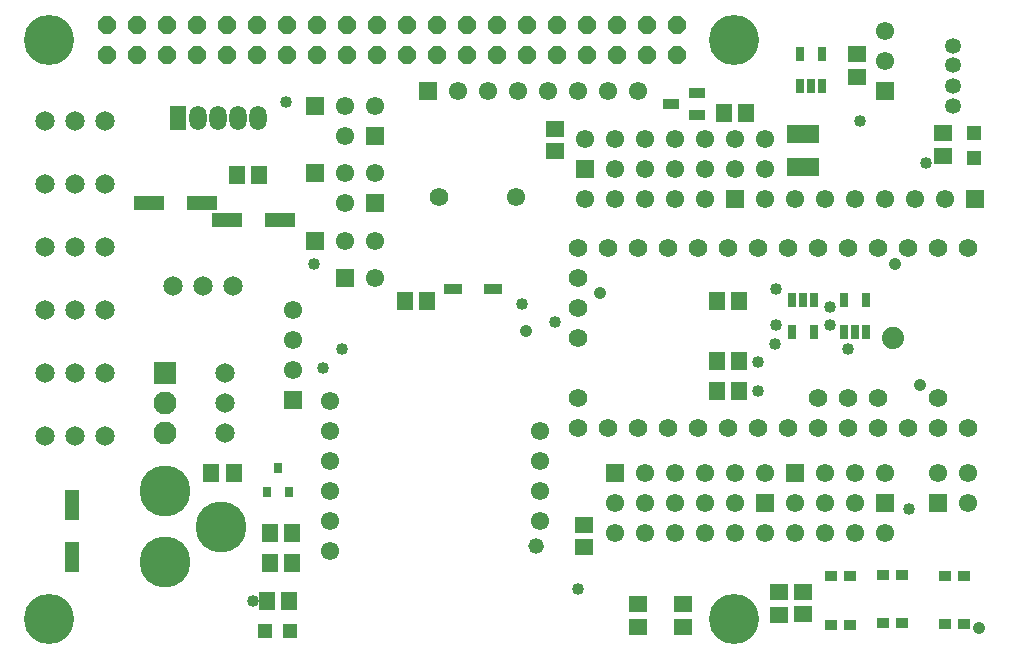
<source format=gts>
G04 DipTrace 3.0.0.0*
G04 TeensyArbotixProRPI.gts*
%MOIN*%
G04 #@! TF.FileFunction,Soldermask,Top*
G04 #@! TF.Part,Single*
%AMOUTLINE0*5,1,8,0,0,0.065199,-22.499571*%
%ADD13C,0.04*%
%ADD36R,0.05X0.1*%
%ADD37R,0.1X0.05*%
%ADD42C,0.17*%
%ADD45C,0.065199*%
%ADD46R,0.047244X0.047244*%
%ADD47C,0.05315*%
%ADD51R,0.031496X0.035433*%
%ADD55C,0.040004*%
%ADD57C,0.074*%
%ADD62C,0.06194*%
%ADD71C,0.167*%
%ADD73C,0.052*%
%ADD75C,0.042*%
%ADD79O,0.057X0.082*%
%ADD81R,0.057X0.082*%
%ADD83R,0.025622X0.045307*%
%ADD85C,0.062*%
%ADD89R,0.04137X0.037433*%
%ADD91R,0.053181X0.061055*%
%ADD95C,0.076803*%
%ADD97R,0.076803X0.076803*%
%ADD99R,0.053181X0.035465*%
%ADD109R,0.064992X0.033496*%
%ADD111R,0.061055X0.061055*%
%ADD113R,0.061055X0.053181*%
%ADD115R,0.108299X0.064992*%
%ADD121C,0.061055*%
%ADD128OUTLINE0*%
%FSLAX26Y26*%
G04*
G70*
G90*
G75*
G01*
G04 TopMask*
%LPD*%
D75*
X2368701Y1618701D3*
X3631002Y503889D3*
X3351091Y1714050D3*
D73*
X2155332Y777030D3*
D75*
X2122645Y1490757D3*
X3435914Y1311831D3*
D71*
X2814961Y531496D3*
X531496D3*
Y2460630D3*
X2814961D3*
D13*
X3133701Y1573701D3*
X2293701Y633701D3*
X3396743Y898211D3*
X2953701Y1633701D3*
X1210135Y592702D3*
X3133701Y1513701D3*
X2894215Y1388044D3*
X2893701Y1293701D3*
X1507616Y1430777D3*
X2949546Y1448400D3*
X3453701Y2053701D3*
X3233701Y2193701D3*
X3193701Y1433701D3*
X2953701Y1513701D3*
X1321895Y2255645D3*
X1413385Y1715036D3*
X1443701Y1368701D3*
X2217710Y1523818D3*
X2106701Y1583701D3*
D121*
X1468701Y1157505D3*
Y1057505D3*
Y957505D3*
Y1257505D3*
X2168701Y1057505D3*
Y957505D3*
Y857505D3*
Y1157505D3*
X1468701Y857505D3*
Y757505D3*
D36*
X607452Y912685D3*
Y737685D3*
D37*
X866201Y1918701D3*
X1041201D3*
D115*
X3043701Y2038583D3*
Y2148819D3*
D113*
X2313974Y845654D3*
Y770851D3*
D37*
X1301201Y1863701D3*
X1126201D3*
D111*
X2918701Y918701D3*
D121*
Y818701D3*
X2818701Y918701D3*
Y818701D3*
X2718701Y918701D3*
Y818701D3*
X2618701Y918701D3*
Y818701D3*
X2518701Y918701D3*
Y818701D3*
X2418701Y918701D3*
Y818701D3*
D111*
Y1018701D3*
D121*
X2518701D3*
X2618701D3*
X2718701D3*
X2818701D3*
X2918701D3*
D111*
X3318701Y918701D3*
D121*
Y818701D3*
X3218701Y918701D3*
Y818701D3*
X3118701Y918701D3*
Y818701D3*
X3018701Y918701D3*
Y818701D3*
D111*
Y1018701D3*
D121*
X3118701D3*
X3218701D3*
X3318701D3*
D111*
X2318701Y2033701D3*
D121*
Y2133701D3*
X2418701Y2033701D3*
Y2133701D3*
X2518701Y2033701D3*
Y2133701D3*
X2618701Y2033701D3*
Y2133701D3*
X2718701Y2033701D3*
Y2133701D3*
X2818701Y2033701D3*
Y2133701D3*
X2918701Y2033701D3*
Y2133701D3*
D111*
X3318701Y2293701D3*
D121*
Y2393701D3*
Y2493701D3*
D109*
X2010630Y1633701D3*
X1876772D3*
D42*
X918701Y958071D3*
Y721851D3*
X1103740Y839961D3*
D111*
X1343701Y1262126D3*
D121*
Y1362126D3*
Y1462126D3*
Y1562126D3*
D111*
X3493701Y918701D3*
D121*
Y1018701D3*
X3593701Y918701D3*
Y1018701D3*
D128*
X723229Y2410630D3*
Y2510630D3*
X823229Y2410630D3*
Y2510630D3*
X923229Y2410630D3*
Y2510630D3*
X1023229Y2410630D3*
Y2510630D3*
X1123229Y2410630D3*
Y2510630D3*
X1223229Y2410630D3*
Y2510630D3*
X1323229Y2410630D3*
Y2510630D3*
X1423229Y2410630D3*
Y2510630D3*
X1523229Y2410630D3*
Y2510630D3*
X1623229Y2410630D3*
Y2510630D3*
X1723229Y2410630D3*
Y2510630D3*
X1823229Y2410630D3*
Y2510630D3*
X1923229Y2410630D3*
Y2510630D3*
X2023229Y2410630D3*
Y2510630D3*
X2123229Y2410630D3*
Y2510630D3*
X2223229Y2410630D3*
Y2510630D3*
X2323229Y2410630D3*
Y2510630D3*
X2423229Y2410630D3*
Y2510630D3*
X2523229Y2410630D3*
Y2510630D3*
X2623229Y2410630D3*
Y2510630D3*
D45*
X518701Y1983701D3*
X618701D3*
X718701D3*
X518701Y1773701D3*
X618701D3*
X718701D3*
X518701Y1563701D3*
X618701D3*
X718701D3*
X518701Y1353701D3*
X618701D3*
X718701D3*
X518701Y1143701D3*
X618701D3*
X718701D3*
X518701Y2193701D3*
X618701D3*
X718701D3*
X943701Y1643701D3*
X1043701D3*
X1143701D3*
X1118701Y1153701D3*
Y1253701D3*
Y1353701D3*
D111*
X1518701Y1668701D3*
D121*
X1618701D3*
D111*
X3618701Y1933701D3*
D121*
X3518701D3*
X3418701D3*
X3318701D3*
X3218701D3*
X3118701D3*
X3018701D3*
X2918701D3*
D111*
X2818701D3*
D121*
X2718701D3*
X2618701D3*
X2518701D3*
X2418701D3*
X2318701D3*
D111*
X1793701Y2293701D3*
D121*
X1893701D3*
X1993701D3*
X2093701D3*
X2193701D3*
X2293701D3*
X2393701D3*
X2493701D3*
D111*
X1418701Y1793701D3*
D121*
X1518701D3*
X1618701D3*
D111*
Y1918701D3*
D121*
X1518701D3*
D111*
X1418701Y2018701D3*
D121*
X1518701D3*
X1618701D3*
D111*
X1418701Y2243701D3*
D121*
X1518701D3*
X1618701D3*
D111*
Y2143701D3*
D121*
X1518701D3*
D46*
X3612942Y2068637D3*
Y2151314D3*
D47*
X3543701Y2243701D3*
Y2308701D3*
Y2378701D3*
Y2443701D3*
D46*
X1335040Y493701D3*
X1252362D3*
D99*
X2690701Y2211701D3*
Y2286504D3*
X2604087Y2249103D3*
D97*
X918701Y1353701D3*
D95*
Y1253701D3*
Y1153701D3*
D51*
X1256299Y954331D3*
X1331103D3*
X1293701Y1037008D3*
D91*
X1791103Y1593701D3*
X1716299D3*
X2756299Y1393701D3*
X2831103D3*
X2756299Y1593701D3*
X2831103D3*
D113*
X2218701Y2166103D3*
Y2091299D3*
D91*
X1331103Y593701D3*
X1256299D3*
X1146771Y1018701D3*
X1071967D3*
X1231103Y2013701D3*
X1156299D3*
D113*
X2643701Y506299D3*
Y581103D3*
D91*
X1341103Y718701D3*
X1266299D3*
D113*
X2493701Y506299D3*
Y581103D3*
D91*
X2781299Y2218701D3*
X2856103D3*
X1341103Y818701D3*
X1266299D3*
D113*
X3043701Y623774D3*
Y548971D3*
D91*
X2756299Y1293701D3*
X2831103D3*
D113*
X2963816Y620711D3*
Y545908D3*
X3224566Y2339214D3*
Y2414017D3*
X3510040Y2151729D3*
Y2076925D3*
D89*
X3519445Y675801D3*
Y514383D3*
X3582437D3*
Y675801D3*
D55*
X3343701Y1468701D3*
D57*
D3*
D89*
X3200197Y513681D3*
Y675099D3*
X3137205D3*
Y513681D3*
X3312205Y679286D3*
Y517869D3*
X3375197D3*
Y679286D3*
D85*
X1830701Y1938701D3*
D121*
X2086654D3*
D83*
X3033226Y2309807D3*
X3070628D3*
X3108029D3*
Y2416107D3*
X3033226D3*
D81*
X959701Y2203701D3*
D79*
X1026701D3*
X1093701D3*
X1160701D3*
X1227701D3*
D83*
X3181299Y1490551D3*
X3218701D3*
X3256103D3*
Y1596851D3*
X3181299D3*
D62*
X3593701Y1768701D3*
X3493701D3*
X3393701D3*
X3293701D3*
X3193701D3*
X3093701D3*
X2993701D3*
X2893701D3*
X2793701D3*
X2693701D3*
X2593701D3*
X2493701D3*
X2393701D3*
X2293701D3*
Y1468701D3*
Y1568701D3*
Y1668701D3*
Y1268701D3*
Y1168701D3*
X2393701D3*
X2493701D3*
X2593701D3*
X2693701D3*
X2793701D3*
X2893701D3*
X2993701D3*
X3093701D3*
X3193701D3*
X3293701D3*
X3393701D3*
X3493701D3*
X3593701D3*
X3493701Y1268701D3*
X3293701D3*
X3193701D3*
X3093701D3*
D83*
X3081103Y1596851D3*
X3043701D3*
X3006299D3*
Y1490551D3*
X3081103D3*
M02*

</source>
